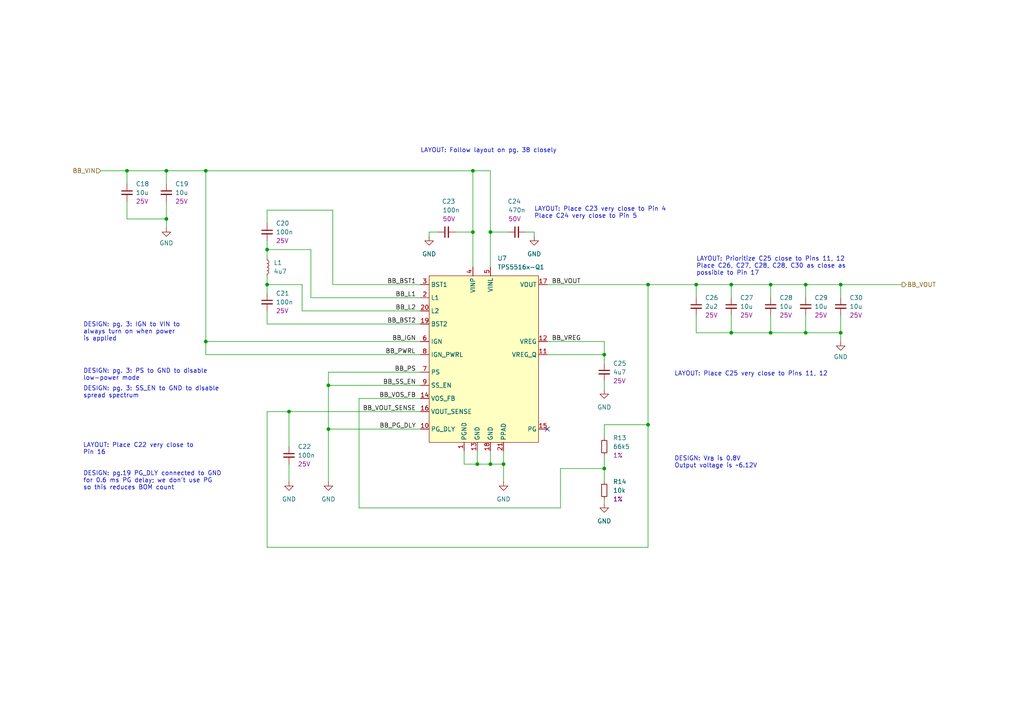
<source format=kicad_sch>
(kicad_sch (version 20211123) (generator eeschema)
  (paper "A4")
  (title_block (title "Car Logger") (date "2024-02-18") (rev "v1") (company "Johnny Cao"))
  (lib_symbols
    (symbol "Device:C_Small" (pin_numbers hide) (pin_names (offset 0.254) hide)
      (property "Reference" "C" (at 0.254 1.778 0))
      (property "Value" "C_Small" (at 0.254 -2.032 0))
      (symbol "C_Small_0_1"
        (polyline (pts (xy -1.524 -0.508) (xy 1.524 -0.508)) (stroke (width 0.3302)))
        (polyline (pts (xy -1.524 0.508) (xy 1.524 0.508)) (stroke (width 0.3048)))
      )
      (symbol "C_Small_1_1"
        (pin passive line (at 0 2.54 270) (length 2.032) (name "~") (number "1"))
        (pin passive line (at 0 -2.54 90) (length 2.032) (name "~") (number "2"))
      )
    )
    (symbol "Device:L_Small" (pin_numbers hide) (pin_names (offset 0.254) hide)
      (property "Reference" "L" (at 0.762 1.016 0))
      (property "Value" "L_Small" (at 0.762 -1.016 0))
      (symbol "L_Small_0_1"
        (arc (start 0 -2.032) (mid 0.508 -1.524) (end 0 -1.016))
        (arc (start 0 -1.016) (mid 0.508 -0.508) (end 0 0))
        (arc (start 0 0) (mid 0.508 0.508) (end 0 1.016))
        (arc (start 0 1.016) (mid 0.508 1.524) (end 0 2.032))
      )
      (symbol "L_Small_1_1"
        (pin passive line (at 0 2.54 270) (length 0.508) (name "~") (number "1"))
        (pin passive line (at 0 -2.54 90) (length 0.508) (name "~") (number "2"))
      )
    )
    (symbol "Device:R_Small" (pin_numbers hide) (pin_names (offset 0.254) hide)
      (property "Reference" "R" (at 0.762 0.508 0))
      (property "Value" "R_Small" (at 0.762 -1.016 0))
      (symbol "R_Small_0_1"
        (rectangle (start -0.762 1.778) (end 0.762 -1.778) (stroke (width 0.2032)))
      )
      (symbol "R_Small_1_1"
        (pin passive line (at 0 2.54 270) (length 0.762) (name "~") (number "1"))
        (pin passive line (at 0 -2.54 90) (length 0.762) (name "~") (number "2"))
      )
    )
    (symbol "car-logger-lib:TPS5516x-Q1"
      (property "Reference" "U" (at 0 43.18 0))
      (property "Value" "TPS5516x-Q1" (at 0 40.64 0))
      (symbol "TPS5516x-Q1_0_0"
        (pin power_in line (at -5.08 -29.21 90) (length 2.54) (name "PGND") (number "1"))
        (pin input line (at -17.78 -22.86 0) (length 2.54) (name "PG_DLY") (number "10"))
        (pin input line (at 19.05 -1.27 180) (length 2.54) (name "VREG_Q") (number "11"))
        (pin output line (at 19.05 2.54 180) (length 2.54) (name "VREG") (number "12"))
        (pin power_in line (at -1.27 -29.21 90) (length 2.54) (name "GND") (number "13"))
        (pin input line (at -17.78 -13.97 0) (length 2.54) (name "VOS_FB") (number "14"))
        (pin output line (at 19.05 -22.86 180) (length 2.54) (name "PG") (number "15"))
        (pin input line (at -17.78 -17.78 0) (length 2.54) (name "VOUT_SENSE") (number "16"))
        (pin power_out line (at 19.05 19.05 180) (length 2.54) (name "VOUT") (number "17"))
        (pin power_in line (at 2.54 -29.21 90) (length 2.54) (name "GND") (number "18"))
        (pin passive line (at -17.78 7.62 0) (length 2.54) (name "BST2") (number "19"))
        (pin passive line (at -17.78 15.24 0) (length 2.54) (name "L1") (number "2"))
        (pin passive line (at -17.78 11.43 0) (length 2.54) (name "L2") (number "20"))
        (pin passive line (at 6.35 -29.21 90) (length 2.54) (name "PPAD") (number "21"))
        (pin passive line (at -17.78 19.05 0) (length 2.54) (name "BST1") (number "3"))
        (pin power_in line (at -2.54 24.13 270) (length 2.54) (name "VINP") (number "4"))
        (pin power_in line (at 2.54 24.13 270) (length 2.54) (name "VINL") (number "5"))
        (pin input line (at -17.78 2.54 0) (length 2.54) (name "IGN") (number "6"))
        (pin input line (at -17.78 -6.35 0) (length 2.54) (name "PS") (number "7"))
        (pin input line (at -17.78 -1.27 0) (length 2.54) (name "IGN_PWRL") (number "8"))
        (pin input line (at -17.78 -10.16 0) (length 2.54) (name "SS_EN") (number "9"))
      )
      (symbol "TPS5516x-Q1_0_1"
        (rectangle (start -15.24 21.59) (end 16.51 -26.67) (fill (type background)))
      )
    )
    (symbol "power:GND" (power) (pin_names (offset 0))
      (property "Value" "GND" (at 0 -3.81 0))
      (symbol "GND_0_1"
        (polyline (pts (xy 0 0) (xy 0 -1.27) (xy 1.27 -1.27) (xy 0 -2.54) (xy -1.27 -1.27) (xy 0 -1.27)))
      )
      (symbol "GND_1_1"
        (pin power_in line (at 0 0 270) (length 0) hide (name "GND") (number "1"))
      )
    )
  )
  (junction (at 223.52 82.55))
  (junction (at 36.83 49.53))
  (junction (at 146.05 134.62))
  (junction (at 138.43 134.62))
  (junction (at 187.96 82.55))
  (junction (at 59.69 49.53))
  (junction (at 77.47 72.39))
  (junction (at 137.16 49.53))
  (junction (at 48.26 49.53))
  (junction (at 48.26 63.5))
  (junction (at 95.25 111.76))
  (junction (at 175.26 102.87))
  (junction (at 142.24 134.62))
  (junction (at 187.96 123.19))
  (junction (at 77.47 82.55))
  (junction (at 223.52 96.52))
  (junction (at 201.93 82.55))
  (junction (at 243.84 96.52))
  (junction (at 59.69 99.06))
  (junction (at 142.24 67.31))
  (junction (at 233.68 96.52))
  (junction (at 243.84 82.55))
  (junction (at 212.09 82.55))
  (junction (at 83.82 119.38))
  (junction (at 95.25 124.46))
  (junction (at 233.68 82.55))
  (junction (at 175.26 135.89))
  (junction (at 137.16 67.31))
  (junction (at 212.09 96.52))
  (no_connect (at 158.75 124.46))
  (wire (pts (xy 95.25 111.76) (xy 121.92 111.76)))
  (wire (pts (xy 243.84 96.52) (xy 243.84 99.06)))
  (wire (pts (xy 212.09 91.44) (xy 212.09 96.52)))
  (wire (pts (xy 233.68 82.55) (xy 243.84 82.55)))
  (wire (pts (xy 175.26 99.06) (xy 158.75 99.06)))
  (wire (pts (xy 83.82 134.62) (xy 83.82 139.7)))
  (wire (pts (xy 77.47 60.96) (xy 96.52 60.96)))
  (wire (pts (xy 77.47 64.77) (xy 77.47 60.96)))
  (wire (pts (xy 77.47 82.55) (xy 77.47 85.09)))
  (wire (pts (xy 142.24 49.53) (xy 142.24 67.31)))
  (wire (pts (xy 142.24 134.62) (xy 146.05 134.62)))
  (wire (pts (xy 243.84 91.44) (xy 243.84 96.52)))
  (wire (pts (xy 175.26 123.19) (xy 187.96 123.19)))
  (wire (pts (xy 233.68 91.44) (xy 233.68 96.52)))
  (wire (pts (xy 138.43 130.81) (xy 138.43 134.62)))
  (wire (pts (xy 95.25 107.95) (xy 95.25 111.76)))
  (wire (pts (xy 223.52 91.44) (xy 223.52 96.52)))
  (wire (pts (xy 134.62 130.81) (xy 134.62 134.62)))
  (wire (pts (xy 59.69 99.06) (xy 59.69 102.87)))
  (wire (pts (xy 36.83 49.53) (xy 48.26 49.53)))
  (wire (pts (xy 77.47 72.39) (xy 77.47 74.93)))
  (wire (pts (xy 77.47 80.01) (xy 77.47 82.55)))
  (wire (pts (xy 77.47 82.55) (xy 87.63 82.55)))
  (wire (pts (xy 121.92 102.87) (xy 59.69 102.87)))
  (wire (pts (xy 104.14 147.32) (xy 162.56 147.32)))
  (wire (pts (xy 96.52 82.55) (xy 121.92 82.55)))
  (wire (pts (xy 201.93 96.52) (xy 212.09 96.52)))
  (wire (pts (xy 36.83 63.5) (xy 48.26 63.5)))
  (wire (pts (xy 77.47 158.75) (xy 77.47 119.38)))
  (wire (pts (xy 48.26 49.53) (xy 48.26 53.34)))
  (wire (pts (xy 48.26 49.53) (xy 59.69 49.53)))
  (wire (pts (xy 124.46 67.31) (xy 124.46 68.58)))
  (wire (pts (xy 95.25 124.46) (xy 95.25 139.7)))
  (wire (pts (xy 36.83 49.53) (xy 36.83 53.34)))
  (wire (pts (xy 137.16 49.53) (xy 142.24 49.53)))
  (wire (pts (xy 187.96 123.19) (xy 187.96 158.75)))
  (wire (pts (xy 154.94 67.31) (xy 152.4 67.31)))
  (wire (pts (xy 233.68 82.55) (xy 233.68 86.36)))
  (wire (pts (xy 90.17 72.39) (xy 77.47 72.39)))
  (wire (pts (xy 121.92 107.95) (xy 95.25 107.95)))
  (wire (pts (xy 134.62 134.62) (xy 138.43 134.62)))
  (wire (pts (xy 48.26 58.42) (xy 48.26 63.5)))
  (wire (pts (xy 77.47 69.85) (xy 77.47 72.39)))
  (wire (pts (xy 59.69 49.53) (xy 137.16 49.53)))
  (wire (pts (xy 137.16 49.53) (xy 137.16 67.31)))
  (wire (pts (xy 29.21 49.53) (xy 36.83 49.53)))
  (wire (pts (xy 175.26 135.89) (xy 175.26 139.7)))
  (wire (pts (xy 83.82 119.38) (xy 121.92 119.38)))
  (wire (pts (xy 127 67.31) (xy 124.46 67.31)))
  (wire (pts (xy 243.84 82.55) (xy 261.62 82.55)))
  (wire (pts (xy 121.92 86.36) (xy 90.17 86.36)))
  (wire (pts (xy 187.96 82.55) (xy 187.96 123.19)))
  (wire (pts (xy 138.43 134.62) (xy 142.24 134.62)))
  (wire (pts (xy 83.82 119.38) (xy 83.82 129.54)))
  (wire (pts (xy 96.52 60.96) (xy 96.52 82.55)))
  (wire (pts (xy 132.08 67.31) (xy 137.16 67.31)))
  (wire (pts (xy 223.52 82.55) (xy 233.68 82.55)))
  (wire (pts (xy 121.92 115.57) (xy 104.14 115.57)))
  (wire (pts (xy 158.75 102.87) (xy 175.26 102.87)))
  (wire (pts (xy 175.26 110.49) (xy 175.26 113.03)))
  (wire (pts (xy 212.09 96.52) (xy 223.52 96.52)))
  (wire (pts (xy 162.56 135.89) (xy 162.56 147.32)))
  (wire (pts (xy 158.75 82.55) (xy 187.96 82.55)))
  (wire (pts (xy 187.96 158.75) (xy 77.47 158.75)))
  (wire (pts (xy 77.47 90.17) (xy 77.47 93.98)))
  (wire (pts (xy 201.93 82.55) (xy 201.93 86.36)))
  (wire (pts (xy 201.93 91.44) (xy 201.93 96.52)))
  (wire (pts (xy 146.05 134.62) (xy 146.05 139.7)))
  (wire (pts (xy 175.26 144.78) (xy 175.26 146.05)))
  (wire (pts (xy 243.84 82.55) (xy 243.84 86.36)))
  (wire (pts (xy 212.09 82.55) (xy 223.52 82.55)))
  (wire (pts (xy 175.26 123.19) (xy 175.26 127)))
  (wire (pts (xy 87.63 82.55) (xy 87.63 90.17)))
  (wire (pts (xy 142.24 67.31) (xy 142.24 77.47)))
  (wire (pts (xy 104.14 115.57) (xy 104.14 147.32)))
  (wire (pts (xy 48.26 63.5) (xy 48.26 66.04)))
  (wire (pts (xy 121.92 99.06) (xy 59.69 99.06)))
  (wire (pts (xy 175.26 102.87) (xy 175.26 105.41)))
  (wire (pts (xy 142.24 67.31) (xy 147.32 67.31)))
  (wire (pts (xy 223.52 96.52) (xy 233.68 96.52)))
  (wire (pts (xy 87.63 90.17) (xy 121.92 90.17)))
  (wire (pts (xy 90.17 86.36) (xy 90.17 72.39)))
  (wire (pts (xy 212.09 82.55) (xy 212.09 86.36)))
  (wire (pts (xy 154.94 68.58) (xy 154.94 67.31)))
  (wire (pts (xy 77.47 93.98) (xy 121.92 93.98)))
  (wire (pts (xy 175.26 132.08) (xy 175.26 135.89)))
  (wire (pts (xy 187.96 82.55) (xy 201.93 82.55)))
  (wire (pts (xy 59.69 49.53) (xy 59.69 99.06)))
  (wire (pts (xy 175.26 102.87) (xy 175.26 99.06)))
  (wire (pts (xy 137.16 67.31) (xy 137.16 77.47)))
  (wire (pts (xy 142.24 130.81) (xy 142.24 134.62)))
  (wire (pts (xy 223.52 82.55) (xy 223.52 86.36)))
  (wire (pts (xy 146.05 130.81) (xy 146.05 134.62)))
  (wire (pts (xy 95.25 111.76) (xy 95.25 124.46)))
  (wire (pts (xy 77.47 119.38) (xy 83.82 119.38)))
  (wire (pts (xy 95.25 124.46) (xy 121.92 124.46)))
  (wire (pts (xy 162.56 135.89) (xy 175.26 135.89)))
  (wire (pts (xy 201.93 82.55) (xy 212.09 82.55)))
  (wire (pts (xy 233.68 96.52) (xy 243.84 96.52)))
  (wire (pts (xy 36.83 58.42) (xy 36.83 63.5)))
  (text "DESIGN: pg. 3: IGN to VIN to\nalways turn on when power\nis applied" (at 24.13 99.06 0) (effects (font (size 1.27 1.27)) (justify left bottom)))
  (text "LAYOUT: Place C23 very close to Pin 4\nPlace C24 very close to Pin 5" (at 154.94 63.5 0) (effects (font (size 1.27 1.27)) (justify left bottom)))
  (text "LAYOUT: Place C25 very close to Pins 11, 12" (at 195.58 109.22 0) (effects (font (size 1.27 1.27)) (justify left bottom)))
  (text "DESIGN: pg. 3: PS to GND to disable\nlow-power mode" (at 24.13 110.49 0) (effects (font (size 1.27 1.27)) (justify left bottom)))
  (text "DESIGN: V_{FB} is 0.8V\nOutput voltage is ~6.12V" (at 195.58 135.89 0) (effects (font (size 1.27 1.27)) (justify left bottom)))
  (text "LAYOUT: Follow layout on pg. 38 closely" (at 121.92 44.45 0) (effects (font (size 1.27 1.27)) (justify left bottom)))
  (text "LAYOUT: Place C22 very close to\nPin 16" (at 24.0823 132 0) (effects (font (size 1.27 1.27)) (justify left bottom)))
  (text "LAYOUT: Prioritize C25 close to Pins 11, 12\nPlace C26, C27, C28, C28, C30 as close as\npossible to Pin 17" (at 201.93 80.01 0) (effects (font (size 1.27 1.27)) (justify left bottom)))
  (text "DESIGN: pg.19 PG_DLY connected to GND\nfor 0.6 ms PG delay; we don't use PG\nso this reduces BOM count" (at 24.13 142.24 0) (effects (font (size 1.27 1.27)) (justify left bottom)))
  (text "DESIGN: pg. 3: SS_EN to GND to disable\nspread spectrum" (at 24.13 115.57 0) (effects (font (size 1.27 1.27)) (justify left bottom)))
  (label "BB_L1" (at 120.65 86.36 180))
  (label "BB_VOS_FB" (at 120.65 115.57 180))
  (label "BB_PS" (at 120.65 107.95 180))
  (label "BB_BST2" (at 120.65 93.98 180))
  (label "BB_PWRL" (at 120.513 102.87 180))
  (label "BB_VOUT" (at 160.02 82.55 0))
  (label "BB_IGN" (at 120.65 99.06 180))
  (label "BB_L2" (at 120.65 90.17 180))
  (label "BB_VREG" (at 160.02 99.06 0))
  (label "BB_BST1" (at 120.65 82.55 180))
  (label "BB_SS_EN" (at 120.65 111.76 180))
  (label "BB_PG_DLY" (at 120.65 124.46 180))
  (label "BB_VOUT_SENSE" (at 120.65 119.38 180))
  (hierarchical_label "BB_VOUT" (shape output) (at 261.62 82.55 0))
  (hierarchical_label "BB_VIN" (shape input) (at 29.21 49.53 180))
  (symbol (lib_id "power:GND") (at 48.26 66.04 0) (unit 1)
    (property "Reference" "#PWR0140" (effects hide))
    (property "Value" "GND" (at 48.26 70.485 0))
  )
  (symbol (lib_id "Device:C_Small") (at 129.54 67.31 90) (unit 1)
    (property "Reference" "C23" (at 132.08 58.42 90) (effects (justify left)))
    (property "Value" "100n" (at 133.35 60.96 90) (effects (justify left)))
    (property "Footprint" "Capacitor_SMD:C_0603_1608Metric" (effects hide))
    (property "Rating" "50V" (at 132.08 63.5 90) (effects (justify left)))
  )
  (symbol (lib_id "power:GND") (at 175.26 146.05 0) (unit 1)
    (property "Reference" "#PWR0138" (effects hide))
    (property "Value" "GND" (at 175.26 151.13 0))
  )
  (symbol (lib_id "Device:C_Small") (at 201.93 88.9 0) (unit 1)
    (property "Reference" "C26" (at 204.47 86.36 0) (effects (justify left)))
    (property "Value" "2u2" (at 204.47 88.9 0) (effects (justify left)))
    (property "Footprint" "Capacitor_SMD:C_0603_1608Metric" (effects hide))
    (property "Rating" "25V" (at 204.47 91.4338 0) (effects (justify left)))
  )
  (symbol (lib_id "Device:R_Small") (at 175.26 142.24 0) (unit 1)
    (property "Reference" "R14" (at 177.8 139.7001 0) (effects (justify left)))
    (property "Value" "10k" (at 177.8 142.24 0) (effects (justify left)))
    (property "Footprint" "Resistor_SMD:R_0603_1608Metric" (effects hide))
    (property "Tolerance" "1%" (at 177.8 144.7801 0) (effects (justify left)))
  )
  (symbol (lib_id "Device:C_Small") (at 175.26 107.95 0) (unit 1)
    (property "Reference" "C25" (at 177.8 105.41 0) (effects (justify left)))
    (property "Value" "4u7" (at 177.8 107.95 0) (effects (justify left)))
    (property "Footprint" "Capacitor_SMD:C_0603_1608Metric" (effects hide))
    (property "Rating" "25V" (at 177.8 110.4838 0) (effects (justify left)))
  )
  (symbol (lib_id "power:GND") (at 95.25 139.7 0) (unit 1)
    (property "Reference" "#PWR0142" (effects hide))
    (property "Value" "GND" (at 95.25 144.78 0))
  )
  (symbol (lib_id "Device:C_Small") (at 77.47 87.63 0) (unit 1)
    (property "Reference" "C21" (at 80.01 85.09 0) (effects (justify left)))
    (property "Value" "100n" (at 80.01 87.63 0) (effects (justify left)))
    (property "Footprint" "Capacitor_SMD:C_0603_1608Metric" (effects hide))
    (property "Rating" "25V" (at 80.01 90.1638 0) (effects (justify left)))
  )
  (symbol (lib_id "power:GND") (at 243.84 99.06 0) (unit 1)
    (property "Reference" "#PWR0139" (effects hide))
    (property "Value" "GND" (at 243.84 103.505 0))
  )
  (symbol (lib_id "Device:L_Small") (at 77.47 77.47 0) (unit 1)
    (property "Reference" "L1" (at 79.375 76.1999 0) (effects (justify left)))
    (property "Value" "4u7" (at 79.375 78.7399 0) (effects (justify left)))
    (property "Footprint" "Inductor_SMD:L_1008_2520Metric" (effects hide))
  )
  (symbol (lib_id "Device:R_Small") (at 175.26 129.54 0) (unit 1)
    (property "Reference" "R13" (at 177.8 127.0001 0) (effects (justify left)))
    (property "Value" "66k5" (at 177.8 129.54 0) (effects (justify left)))
    (property "Footprint" "Resistor_SMD:R_0603_1608Metric" (effects hide))
    (property "Tolerance" "1%" (at 177.8 132.0801 0) (effects (justify left)))
  )
  (symbol (lib_id "power:GND") (at 124.46 68.58 0) (unit 1)
    (property "Reference" "#PWR0136" (effects hide))
    (property "Value" "GND" (at 124.46 73.66 0))
  )
  (symbol (lib_id "Device:C_Small") (at 83.82 132.08 0) (unit 1)
    (property "Reference" "C22" (at 86.36 129.54 0) (effects (justify left)))
    (property "Value" "100n" (at 86.36 132.08 0) (effects (justify left)))
    (property "Footprint" "Capacitor_SMD:C_0603_1608Metric" (effects hide))
    (property "Rating" "25V" (at 86.36 134.6138 0) (effects (justify left)))
  )
  (symbol (lib_id "Device:C_Small") (at 48.26 55.88 0) (unit 1)
    (property "Reference" "C19" (at 50.8 53.34 0) (effects (justify left)))
    (property "Value" "10u" (at 50.8 55.88 0) (effects (justify left)))
    (property "Footprint" "Capacitor_SMD:C_0603_1608Metric" (effects hide))
    (property "Rating" "25V" (at 50.8 58.4138 0) (effects (justify left)))
  )
  (symbol (lib_id "Device:C_Small") (at 149.86 67.31 90) (unit 1)
    (property "Reference" "C24" (at 151.13 58.42 90) (effects (justify left)))
    (property "Value" "470n" (at 152.4 60.96 90) (effects (justify left)))
    (property "Footprint" "Capacitor_SMD:C_0603_1608Metric" (effects hide))
    (property "Rating" "50V" (at 151.13 63.5 90) (effects (justify left)))
  )
  (symbol (lib_id "power:GND") (at 175.26 113.03 0) (unit 1)
    (property "Reference" "#PWR0137" (effects hide))
    (property "Value" "GND" (at 175.26 118.11 0))
  )
  (symbol (lib_id "Device:C_Small") (at 243.84 88.9 0) (unit 1)
    (property "Reference" "C30" (at 246.38 86.36 0) (effects (justify left)))
    (property "Value" "10u" (at 246.38 88.9 0) (effects (justify left)))
    (property "Footprint" "Capacitor_SMD:C_0603_1608Metric" (effects hide))
    (property "Rating" "25V" (at 246.38 91.4338 0) (effects (justify left)))
  )
  (symbol (lib_id "Device:C_Small") (at 233.68 88.9 0) (unit 1)
    (property "Reference" "C29" (at 236.22 86.36 0) (effects (justify left)))
    (property "Value" "10u" (at 236.22 88.9 0) (effects (justify left)))
    (property "Footprint" "Capacitor_SMD:C_0603_1608Metric" (effects hide))
    (property "Rating" "25V" (at 236.22 91.4338 0) (effects (justify left)))
  )
  (symbol (lib_id "Device:C_Small") (at 77.47 67.31 0) (unit 1)
    (property "Reference" "C20" (at 80.01 64.77 0) (effects (justify left)))
    (property "Value" "100n" (at 80.01 67.31 0) (effects (justify left)))
    (property "Footprint" "Capacitor_SMD:C_0603_1608Metric" (effects hide))
    (property "Rating" "25V" (at 80.01 69.8438 0) (effects (justify left)))
  )
  (symbol (lib_id "Device:C_Small") (at 36.83 55.88 0) (unit 1)
    (property "Reference" "C18" (at 39.37 53.34 0) (effects (justify left)))
    (property "Value" "10u" (at 39.37 55.88 0) (effects (justify left)))
    (property "Footprint" "Capacitor_SMD:C_0603_1608Metric" (effects hide))
    (property "Rating" "25V" (at 39.37 58.4138 0) (effects (justify left)))
  )
  (symbol (lib_id "power:GND") (at 146.05 139.7 0) (unit 1)
    (property "Reference" "#PWR0141" (effects hide))
    (property "Value" "GND" (at 146.05 144.78 0))
  )
  (symbol (lib_id "Device:C_Small") (at 212.09 88.9 0) (unit 1)
    (property "Reference" "C27" (at 214.63 86.36 0) (effects (justify left)))
    (property "Value" "10u" (at 214.63 88.9 0) (effects (justify left)))
    (property "Footprint" "Capacitor_SMD:C_0603_1608Metric" (effects hide))
    (property "Rating" "25V" (at 214.63 91.4338 0) (effects (justify left)))
  )
  (symbol (lib_id "car-logger-lib:TPS5516x-Q1") (at 139.7 101.6 0) (unit 1)
    (property "Reference" "U7" (at 144.2594 74.93 0) (effects (justify left)))
    (property "Value" "TPS5516x-Q1" (at 144.2594 77.47 0) (effects (justify left)))
    (property "Footprint" "Package_SO:Texas_PWP0020A" (effects hide))
    (property "Datasheet" "https://www.ti.com/lit/gpn/TPS55162-Q1" (effects hide))
  )
  (symbol (lib_id "power:GND") (at 154.94 68.58 0) (unit 1)
    (property "Reference" "#PWR0135" (effects hide))
    (property "Value" "GND" (at 154.94 73.66 0))
  )
  (symbol (lib_id "Device:C_Small") (at 223.52 88.9 0) (unit 1)
    (property "Reference" "C28" (at 226.06 86.36 0) (effects (justify left)))
    (property "Value" "10u" (at 226.06 88.9 0) (effects (justify left)))
    (property "Footprint" "Capacitor_SMD:C_0603_1608Metric" (effects hide))
    (property "Rating" "25V" (at 226.06 91.4338 0) (effects (justify left)))
  )
  (symbol (lib_id "power:GND") (at 83.82 139.7 0) (unit 1)
    (property "Reference" "#PWR0143" (effects hide))
    (property "Value" "GND" (at 83.82 144.78 0))
  )
)
</source>
